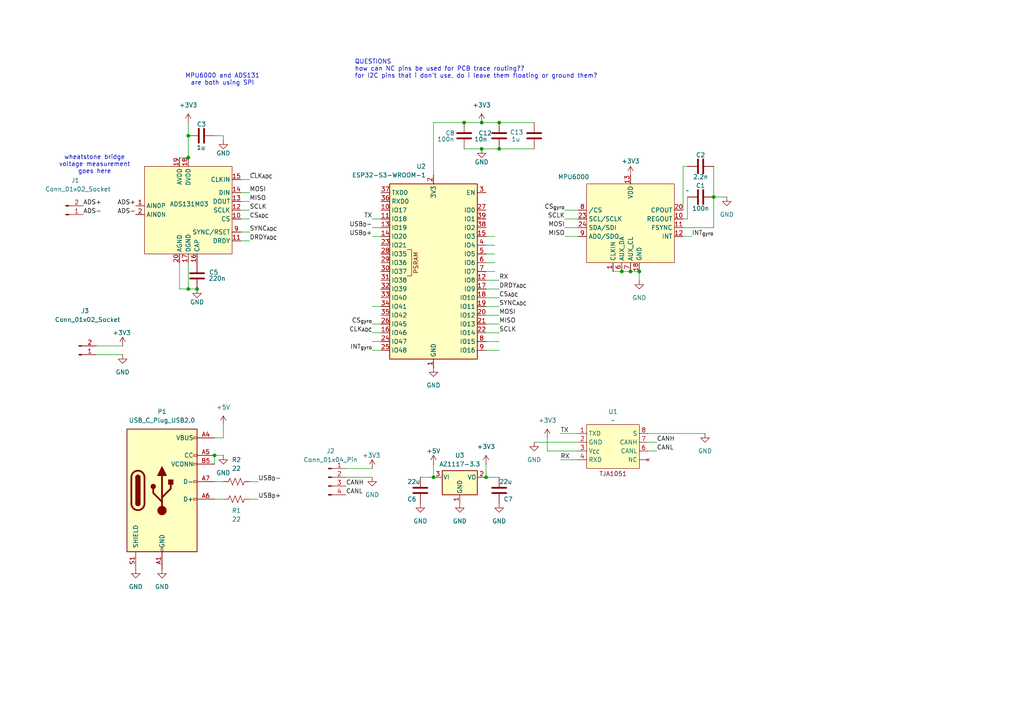
<source format=kicad_sch>
(kicad_sch (version 20231120) (generator "eeschema") (generator_version "8.0")
  (paper "A4")
  (lib_symbols
    (symbol "0_pwrmtr:ADS131M03"
      (property "Reference" "ADS131M03" (at -19.05 15.24 0))
      (symbol "ADS131M03_1_1"
        (rectangle (start -12.7 12.7) (end 12.7 -12.7) (fill (type background)))
        (pin input line (at -15.24 1.27 0) (length 2.54) (name "AIN0P") (number "1"))
        (pin input line (at 15.24 -2.54 180) (length 2.54) (name "CS") (number "10"))
        (pin input line (at 15.24 -8.89 180) (length 2.54) (name "DRDY") (number "11"))
        (pin input line (at 15.24 0 180) (length 2.54) (name "SCLK") (number "12"))
        (pin input line (at 15.24 2.54 180) (length 2.54) (name "DOUT") (number "13"))
        (pin input line (at 15.24 5.08 180) (length 2.54) (name "DIN") (number "14"))
        (pin input line (at 15.24 8.89 180) (length 2.54) (name "CLKIN") (number "15"))
        (pin input line (at 2.54 -15.24 90) (length 2.54) (name "CAP") (number "16"))
        (pin input line (at 0 -15.24 90) (length 2.54) (name "DGND") (number "17"))
        (pin input line (at 0 15.24 270) (length 2.54) (name "DVDD") (number "18"))
        (pin input line (at -2.54 15.24 270) (length 2.54) (name "AVDD") (number "19"))
        (pin input line (at -15.24 -1.27 0) (length 2.54) (name "AIN0N") (number "2"))
        (pin input line (at -2.54 -15.24 90) (length 2.54) (name "AGND") (number "20"))
        (pin input line (at -15.24 -8.89 0) (length 2.54) hide (name "AIN1N") (number "3"))
        (pin input line (at -15.24 -10.16 0) (length 2.54) hide (name "AIN1P") (number "4"))
        (pin input line (at -15.24 -11.43 0) (length 2.54) hide (name "AIN2P") (number "5"))
        (pin input line (at -12.7 -15.24 90) (length 2.54) hide (name "AIN2N") (number "6"))
        (pin input line (at -11.43 -15.24 90) (length 2.54) hide (name "NC") (number "7"))
        (pin input line (at -10.16 -15.24 90) (length 2.54) hide (name "NC") (number "8"))
        (pin input line (at 15.24 -6.35 180) (length 2.54) (name "SYNC/RSET") (number "9"))
      )
    )
    (symbol "0_pwrmtr:MPU6050"
      (property "Reference" "MPU6050" (at -19.05 12.7 0))
      (symbol "MPU6050_1_1"
        (rectangle (start -12.7 11.43) (end 12.7 -11.43) (fill (type background)))
        (pin input line (at -5.08 -13.97 90) (length 2.54) (name "CLKIN") (number "1"))
        (pin input line (at 15.24 1.27 180) (length 2.54) (name "REGOUT") (number "10"))
        (pin input line (at 15.24 -1.27 180) (length 2.54) (name "FSYNC") (number "11"))
        (pin input line (at 15.24 -3.81 180) (length 2.54) (name "INT") (number "12"))
        (pin input line (at 0 13.97 270) (length 2.54) (name "VDD") (number "13"))
        (pin no_connect line (at 3.81 13.97 270) (length 2.54) hide (name "NC") (number "14"))
        (pin no_connect line (at -3.81 13.97 270) (length 2.54) hide (name "NC") (number "15"))
        (pin no_connect line (at -6.35 13.97 270) (length 2.54) hide (name "NC") (number "16"))
        (pin no_connect line (at -8.89 13.97 270) (length 2.54) hide (name "NC") (number "17"))
        (pin input line (at 2.54 -13.97 90) (length 2.54) (name "GND") (number "18"))
        (pin input line (at -15.24 -10.16 0) (length 2.54) hide (name "RESV") (number "19"))
        (pin no_connect line (at -11.43 13.97 270) (length 2.54) hide (name "NC") (number "2"))
        (pin input line (at 15.24 3.81 180) (length 2.54) (name "CPOUT") (number "20"))
        (pin input line (at -15.24 -7.62 0) (length 2.54) hide (name "RESV") (number "21"))
        (pin input line (at -15.24 -5.08 0) (length 2.54) hide (name "RESV") (number "22"))
        (pin input line (at -15.24 1.27 0) (length 2.54) (name "SCL/SCLK") (number "23"))
        (pin input line (at -15.24 -1.27 0) (length 2.54) (name "SDA/SDI") (number "24"))
        (pin no_connect line (at 11.43 13.97 270) (length 2.54) hide (name "NC") (number "3"))
        (pin no_connect line (at 8.89 13.97 270) (length 2.54) hide (name "NC") (number "4"))
        (pin no_connect line (at 6.35 13.97 270) (length 2.54) hide (name "NC") (number "5"))
        (pin input line (at -2.54 -13.97 90) (length 2.54) (name "AUX_DA") (number "6"))
        (pin input line (at 0 -13.97 90) (length 2.54) (name "AUX_CL") (number "7"))
        (pin input line (at -15.24 3.81 0) (length 2.54) (name "/CS") (number "8"))
        (pin input line (at -15.24 -3.81 0) (length 2.54) (name "AD0/SDO") (number "9"))
      )
    )
    (symbol "Connector:Conn_01x02_Pin" (pin_names (offset 1.016) hide)
      (property "Reference" "J" (at 0 2.54 0))
      (property "Value" "Conn_01x02_Pin" (at 0 -5.08 0))
      (symbol "Conn_01x02_Pin_1_1"
        (polyline (pts (xy 1.27 -2.54) (xy 0.8636 -2.54)) (stroke (width 0.1524)))
        (polyline (pts (xy 1.27 0) (xy 0.8636 0)) (stroke (width 0.1524)))
        (rectangle (start 0.8636 -2.413) (end 0 -2.667) (stroke (width 0.1524)) (fill (type outline)))
        (rectangle (start 0.8636 0.127) (end 0 -0.127) (stroke (width 0.1524)) (fill (type outline)))
        (pin passive line (at 5.08 0 180) (length 3.81) (name "Pin_1") (number "1"))
        (pin passive line (at 5.08 -2.54 180) (length 3.81) (name "Pin_2") (number "2"))
      )
    )
    (symbol "Connector:Conn_01x04_Pin" (pin_names (offset 1.016) hide)
      (property "Reference" "J" (at 0 5.08 0))
      (property "Value" "Conn_01x04_Pin" (at 0 -7.62 0))
      (symbol "Conn_01x04_Pin_1_1"
        (polyline (pts (xy 1.27 -5.08) (xy 0.8636 -5.08)) (stroke (width 0.1524)))
        (polyline (pts (xy 1.27 -2.54) (xy 0.8636 -2.54)) (stroke (width 0.1524)))
        (polyline (pts (xy 1.27 0) (xy 0.8636 0)) (stroke (width 0.1524)))
        (polyline (pts (xy 1.27 2.54) (xy 0.8636 2.54)) (stroke (width 0.1524)))
        (rectangle (start 0.8636 -4.953) (end 0 -5.207) (stroke (width 0.1524)) (fill (type outline)))
        (rectangle (start 0.8636 -2.413) (end 0 -2.667) (stroke (width 0.1524)) (fill (type outline)))
        (rectangle (start 0.8636 0.127) (end 0 -0.127) (stroke (width 0.1524)) (fill (type outline)))
        (rectangle (start 0.8636 2.667) (end 0 2.413) (stroke (width 0.1524)) (fill (type outline)))
        (pin passive line (at 5.08 2.54 180) (length 3.81) (name "Pin_1") (number "1"))
        (pin passive line (at 5.08 0 180) (length 3.81) (name "Pin_2") (number "2"))
        (pin passive line (at 5.08 -2.54 180) (length 3.81) (name "Pin_3") (number "3"))
        (pin passive line (at 5.08 -5.08 180) (length 3.81) (name "Pin_4") (number "4"))
      )
    )
    (symbol "Connector:USB_C_Plug_USB2.0" (pin_names (offset 1.016))
      (property "Reference" "P" (at -10.16 19.05 0))
      (property "Value" "USB_C_Plug_USB2.0" (at 12.7 19.05 0))
      (symbol "USB_C_Plug_USB2.0_0_0"
        (rectangle (start -0.254 -17.78) (end 0.254 -16.764))
        (rectangle (start 10.16 -2.286) (end 9.144 -2.794))
        (rectangle (start 10.16 2.794) (end 9.144 2.286))
        (rectangle (start 10.16 7.874) (end 9.144 7.366))
        (rectangle (start 10.16 10.414) (end 9.144 9.906))
        (rectangle (start 10.16 15.494) (end 9.144 14.986))
      )
      (symbol "USB_C_Plug_USB2.0_0_1"
        (rectangle (start -10.16 17.78) (end 10.16 -17.78) (stroke (width 0.254)) (fill (type background)))
        (arc (start -8.89 -3.81) (mid -6.985 -5.7067) (end -5.08 -3.81) (stroke (width 0.508)))
        (arc (start -7.62 -3.81) (mid -6.985 -4.4423) (end -6.35 -3.81) (stroke (width 0.254)))
        (arc (start -7.62 -3.81) (mid -6.985 -4.4423) (end -6.35 -3.81) (stroke (width 0.254)) (fill (type outline)))
        (rectangle (start -7.62 -3.81) (end -6.35 3.81) (stroke (width 0.254)) (fill (type outline)))
        (arc (start -6.35 3.81) (mid -6.985 4.4423) (end -7.62 3.81) (stroke (width 0.254)))
        (arc (start -6.35 3.81) (mid -6.985 4.4423) (end -7.62 3.81) (stroke (width 0.254)) (fill (type outline)))
        (arc (start -5.08 3.81) (mid -6.985 5.7067) (end -8.89 3.81) (stroke (width 0.508)))
        (circle (center -2.54 1.143) (radius 0.635) (stroke (width 0.254)) (fill (type outline)))
        (circle (center 0 -5.842) (radius 1.27) (fill (type outline)))
        (polyline (pts (xy -8.89 -3.81) (xy -8.89 3.81)) (stroke (width 0.508)))
        (polyline (pts (xy -5.08 3.81) (xy -5.08 -3.81)) (stroke (width 0.508)))
        (polyline (pts (xy 0 -5.842) (xy 0 4.318)) (stroke (width 0.508)))
        (polyline (pts (xy 0 -3.302) (xy -2.54 -0.762) (xy -2.54 0.508)) (stroke (width 0.508)))
        (polyline (pts (xy 0 -2.032) (xy 2.54 0.508) (xy 2.54 1.778)) (stroke (width 0.508)))
        (polyline (pts (xy -1.27 4.318) (xy 0 6.858) (xy 1.27 4.318) (xy -1.27 4.318)) (stroke (width 0.254)) (fill (type outline)))
        (rectangle (start 1.905 1.778) (end 3.175 3.048) (stroke (width 0.254)) (fill (type outline)))
      )
      (symbol "USB_C_Plug_USB2.0_1_1"
        (pin passive line (at 0 -22.86 90) (length 5.08) (name "GND") (number "A1"))
        (pin passive line (at 0 -22.86 90) (length 5.08) hide (name "GND") (number "A12"))
        (pin passive line (at 15.24 15.24 180) (length 5.08) (name "VBUS") (number "A4"))
        (pin bidirectional line (at 15.24 10.16 180) (length 5.08) (name "CC") (number "A5"))
        (pin bidirectional line (at 15.24 -2.54 180) (length 5.08) (name "D+") (number "A6"))
        (pin bidirectional line (at 15.24 2.54 180) (length 5.08) (name "D-") (number "A7"))
        (pin passive line (at 15.24 15.24 180) (length 5.08) hide (name "VBUS") (number "A9"))
        (pin passive line (at 0 -22.86 90) (length 5.08) hide (name "GND") (number "B1"))
        (pin passive line (at 0 -22.86 90) (length 5.08) hide (name "GND") (number "B12"))
        (pin passive line (at 15.24 15.24 180) (length 5.08) hide (name "VBUS") (number "B4"))
        (pin bidirectional line (at 15.24 7.62 180) (length 5.08) (name "VCONN") (number "B5"))
        (pin passive line (at 15.24 15.24 180) (length 5.08) hide (name "VBUS") (number "B9"))
        (pin passive line (at -7.62 -22.86 90) (length 5.08) (name "SHIELD") (number "S1"))
      )
    )
    (symbol "Device:C" (pin_numbers hide) (pin_names (offset 0.254))
      (property "Reference" "C" (at 0.635 2.54 0))
      (property "Value" "C" (at 0.635 -2.54 0))
      (symbol "C_0_1"
        (polyline (pts (xy -2.032 -0.762) (xy 2.032 -0.762)) (stroke (width 0.508)))
        (polyline (pts (xy -2.032 0.762) (xy 2.032 0.762)) (stroke (width 0.508)))
      )
      (symbol "C_1_1"
        (pin passive line (at 0 3.81 270) (length 2.794) (name "~") (number "1"))
        (pin passive line (at 0 -3.81 90) (length 2.794) (name "~") (number "2"))
      )
    )
    (symbol "Device:R_US" (pin_numbers hide) (pin_names (offset 0))
      (property "Reference" "R" (at 2.54 0 90))
      (property "Value" "R_US" (at -2.54 0 90))
      (symbol "R_US_0_1"
        (polyline (pts (xy 0 -2.286) (xy 0 -2.54)))
        (polyline (pts (xy 0 2.286) (xy 0 2.54)))
        (polyline (pts (xy 0 -0.762) (xy 1.016 -1.143) (xy 0 -1.524) (xy -1.016 -1.905) (xy 0 -2.286)))
        (polyline (pts (xy 0 0.762) (xy 1.016 0.381) (xy 0 0) (xy -1.016 -0.381) (xy 0 -0.762)))
        (polyline (pts (xy 0 2.286) (xy 1.016 1.905) (xy 0 1.524) (xy -1.016 1.143) (xy 0 0.762)))
      )
      (symbol "R_US_1_1"
        (pin passive line (at 0 3.81 270) (length 1.27) (name "~") (number "1"))
        (pin passive line (at 0 -3.81 90) (length 1.27) (name "~") (number "2"))
      )
    )
    (symbol "Interface_CAN_LIN:TJA1051"
      (property "Reference" "U3" (at 0 1.27 0))
      (property "Value" "~" (at 0 -1.27 0))
      (symbol "TJA1051_1_1"
        (rectangle (start -7.62 -2.54) (end 7.62 -15.24) (fill (type background)))
        (text "TJA1051" (at 0 -16.764 0) (effects (font (size 1.27 1.27))))
        (pin no_connect line (at 10.16 -12.7 180) (length 2.54) (name "NC") (number ""))
        (pin bidirectional line (at -10.16 -5.08 0) (length 2.54) (name "TXD") (number "1"))
        (pin input line (at -10.16 -7.62 0) (length 2.54) (name "GND") (number "2"))
        (pin input line (at -10.16 -10.16 0) (length 2.54) (name "V_{CC}") (number "3"))
        (pin bidirectional line (at -10.16 -12.7 0) (length 2.54) (name "RXD") (number "4"))
        (pin bidirectional line (at 10.16 -10.16 180) (length 2.54) (name "CANL") (number "6"))
        (pin bidirectional line (at 10.16 -7.62 180) (length 2.54) (name "CANH") (number "7"))
        (pin input line (at 10.16 -5.08 180) (length 2.54) (name "S") (number "8"))
      )
    )
    (symbol "RF_Module:ESP32-S3-WROOM-1"
      (property "Reference" "U" (at -12.7 26.67 0))
      (property "Value" "ESP32-S3-WROOM-1" (at 12.7 26.67 0))
      (symbol "ESP32-S3-WROOM-1_0_0"
        (rectangle (start -12.7 25.4) (end 12.7 -25.4) (stroke (width 0.254)) (fill (type background)))
        (text "PSRAM" (at 5.08 2.54 900) (effects (font (size 1.27 1.27))))
      )
      (symbol "ESP32-S3-WROOM-1_0_1"
        (polyline (pts (xy 7.62 -1.27) (xy 6.35 -1.27) (xy 6.35 6.35) (xy 7.62 6.35)))
      )
      (symbol "ESP32-S3-WROOM-1_1_1"
        (pin power_in line (at 0 -27.94 90) (length 2.54) (name "GND") (number "1"))
        (pin bidirectional line (at 15.24 17.78 180) (length 2.54) (name "IO17") (number "10"))
        (pin bidirectional line (at 15.24 15.24 180) (length 2.54) (name "IO18") (number "11"))
        (pin bidirectional line (at -15.24 -2.54 0) (length 2.54) (name "IO8") (number "12"))
        (pin bidirectional line (at 15.24 12.7 180) (length 2.54) (name "IO19") (number "13"))
        (pin bidirectional line (at 15.24 10.16 180) (length 2.54) (name "IO20") (number "14"))
        (pin bidirectional line (at -15.24 10.16 0) (length 2.54) (name "IO3") (number "15"))
        (pin bidirectional line (at 15.24 -17.78 180) (length 2.54) (name "IO46") (number "16"))
        (pin bidirectional line (at -15.24 -5.08 0) (length 2.54) (name "IO9") (number "17"))
        (pin bidirectional line (at -15.24 -7.62 0) (length 2.54) (name "IO10") (number "18"))
        (pin bidirectional line (at -15.24 -10.16 0) (length 2.54) (name "IO11") (number "19"))
        (pin power_in line (at 0 27.94 270) (length 2.54) (name "3V3") (number "2"))
        (pin bidirectional line (at -15.24 -12.7 0) (length 2.54) (name "IO12") (number "20"))
        (pin bidirectional line (at -15.24 -15.24 0) (length 2.54) (name "IO13") (number "21"))
        (pin bidirectional line (at -15.24 -17.78 0) (length 2.54) (name "IO14") (number "22"))
        (pin bidirectional line (at 15.24 7.62 180) (length 2.54) (name "IO21") (number "23"))
        (pin bidirectional line (at 15.24 -20.32 180) (length 2.54) (name "IO47") (number "24"))
        (pin bidirectional line (at 15.24 -22.86 180) (length 2.54) (name "IO48") (number "25"))
        (pin bidirectional line (at 15.24 -15.24 180) (length 2.54) (name "IO45") (number "26"))
        (pin bidirectional line (at -15.24 17.78 0) (length 2.54) (name "IO0") (number "27"))
        (pin bidirectional line (at 15.24 5.08 180) (length 2.54) (name "IO35") (number "28"))
        (pin bidirectional line (at 15.24 2.54 180) (length 2.54) (name "IO36") (number "29"))
        (pin input line (at -15.24 22.86 0) (length 2.54) (name "EN") (number "3"))
        (pin bidirectional line (at 15.24 0 180) (length 2.54) (name "IO37") (number "30"))
        (pin bidirectional line (at 15.24 -2.54 180) (length 2.54) (name "IO38") (number "31"))
        (pin bidirectional line (at 15.24 -5.08 180) (length 2.54) (name "IO39") (number "32"))
        (pin bidirectional line (at 15.24 -7.62 180) (length 2.54) (name "IO40") (number "33"))
        (pin bidirectional line (at 15.24 -10.16 180) (length 2.54) (name "IO41") (number "34"))
        (pin bidirectional line (at 15.24 -12.7 180) (length 2.54) (name "IO42") (number "35"))
        (pin bidirectional line (at 15.24 20.32 180) (length 2.54) (name "RXD0") (number "36"))
        (pin bidirectional line (at 15.24 22.86 180) (length 2.54) (name "TXD0") (number "37"))
        (pin bidirectional line (at -15.24 12.7 0) (length 2.54) (name "IO2") (number "38"))
        (pin bidirectional line (at -15.24 15.24 0) (length 2.54) (name "IO1") (number "39"))
        (pin bidirectional line (at -15.24 7.62 0) (length 2.54) (name "IO4") (number "4"))
        (pin passive line (at 0 -27.94 90) (length 2.54) hide (name "GND") (number "40"))
        (pin passive line (at 0 -27.94 90) (length 2.54) hide (name "GND") (number "41"))
        (pin bidirectional line (at -15.24 5.08 0) (length 2.54) (name "IO5") (number "5"))
        (pin bidirectional line (at -15.24 2.54 0) (length 2.54) (name "IO6") (number "6"))
        (pin bidirectional line (at -15.24 0 0) (length 2.54) (name "IO7") (number "7"))
        (pin bidirectional line (at -15.24 -20.32 0) (length 2.54) (name "IO15") (number "8"))
        (pin bidirectional line (at -15.24 -22.86 0) (length 2.54) (name "IO16") (number "9"))
      )
    )
    (symbol "Regulator_Linear:AZ1117-3.3" (pin_names (offset 0.254))
      (property "Reference" "U" (at -3.81 3.175 0))
      (property "Value" "AZ1117-3.3" (at 0 3.175 0))
      (symbol "AZ1117-3.3_0_1"
        (rectangle (start -5.08 1.905) (end 5.08 -5.08) (stroke (width 0.254)) (fill (type background)))
      )
      (symbol "AZ1117-3.3_1_1"
        (pin power_in line (at 0 -7.62 90) (length 2.54) (name "GND") (number "1"))
        (pin power_out line (at 7.62 0 180) (length 2.54) (name "VO") (number "2"))
        (pin power_in line (at -7.62 0 0) (length 2.54) (name "VI") (number "3"))
      )
    )
    (symbol "power:+3V3" (power) (pin_numbers hide) (pin_names (offset 0) hide)
      (property "Value" "+3V3" (at 0 3.556 0))
      (symbol "+3V3_0_1"
        (polyline (pts (xy -0.762 1.27) (xy 0 2.54)))
        (polyline (pts (xy 0 0) (xy 0 2.54)))
        (polyline (pts (xy 0 2.54) (xy 0.762 1.27)))
      )
      (symbol "+3V3_1_1"
        (pin power_in line (at 0 0 90) (length 0) (name "~") (number "1"))
      )
    )
    (symbol "power:+5V" (power) (pin_numbers hide) (pin_names (offset 0) hide)
      (property "Value" "+5V" (at 0 3.556 0))
      (symbol "+5V_0_1"
        (polyline (pts (xy -0.762 1.27) (xy 0 2.54)))
        (polyline (pts (xy 0 0) (xy 0 2.54)))
        (polyline (pts (xy 0 2.54) (xy 0.762 1.27)))
      )
      (symbol "+5V_1_1"
        (pin power_in line (at 0 0 90) (length 0) (name "~") (number "1"))
      )
    )
    (symbol "power:GND" (power) (pin_numbers hide) (pin_names (offset 0) hide)
      (property "Value" "GND" (at 0 -3.81 0))
      (symbol "GND_0_1"
        (polyline (pts (xy 0 0) (xy 0 -1.27) (xy 1.27 -1.27) (xy 0 -2.54) (xy -1.27 -1.27) (xy 0 -1.27)))
      )
      (symbol "GND_1_1"
        (pin power_in line (at 0 0 270) (length 0) (name "~") (number "1"))
      )
    )
  )
  (junction (at 54.61 39.37))
  (junction (at 54.61 83.82))
  (junction (at 125.73 138.43))
  (junction (at 57.15 83.82))
  (junction (at 139.7 35.56))
  (junction (at 180.34 78.74))
  (junction (at 207.01 57.15))
  (junction (at 62.23 132.08))
  (junction (at 139.7 43.18))
  (junction (at 140.97 138.43))
  (junction (at 54.61 45.72))
  (junction (at 144.78 35.56))
  (junction (at 182.88 78.74))
  (junction (at 134.62 35.56))
  (junction (at 185.42 78.74))
  (junction (at 144.78 43.18))
  (wire (pts (xy 121.92 138.43) (xy 125.73 138.43)))
  (wire (pts (xy 140.97 91.44) (xy 144.78 91.44)))
  (wire (pts (xy 52.07 83.82) (xy 54.61 83.82)))
  (wire (pts (xy 198.12 63.5) (xy 199.39 63.5)))
  (wire (pts (xy 140.97 101.6) (xy 144.78 101.6)))
  (wire (pts (xy 163.83 68.58) (xy 167.64 68.58)))
  (wire (pts (xy 158.75 127) (xy 158.75 130.81)))
  (wire (pts (xy 62.23 127) (xy 64.77 127)))
  (wire (pts (xy 158.75 130.81) (xy 167.64 130.81)))
  (wire (pts (xy 54.61 35.56) (xy 54.61 39.37)))
  (wire (pts (xy 139.7 43.18) (xy 144.78 43.18)))
  (wire (pts (xy 139.7 35.56) (xy 144.78 35.56)))
  (wire (pts (xy 35.56 100.33) (xy 27.94 100.33)))
  (wire (pts (xy 107.95 135.89) (xy 100.33 135.89)))
  (wire (pts (xy 140.97 134.62) (xy 140.97 138.43)))
  (wire (pts (xy 177.8 78.74) (xy 180.34 78.74)))
  (wire (pts (xy 144.78 99.06) (xy 140.97 99.06)))
  (wire (pts (xy 134.62 35.56) (xy 139.7 35.56)))
  (wire (pts (xy 140.97 88.9) (xy 144.78 88.9)))
  (wire (pts (xy 134.62 43.18) (xy 139.7 43.18)))
  (wire (pts (xy 64.77 132.08) (xy 62.23 132.08)))
  (wire (pts (xy 125.73 134.62) (xy 125.73 138.43)))
  (wire (pts (xy 125.73 35.56) (xy 134.62 35.56)))
  (wire (pts (xy 144.78 43.18) (xy 154.94 43.18)))
  (wire (pts (xy 190.5 128.27) (xy 187.96 128.27)))
  (wire (pts (xy 207.01 48.26) (xy 207.01 57.15)))
  (wire (pts (xy 198.12 68.58) (xy 200.66 68.58)))
  (wire (pts (xy 35.56 102.87) (xy 27.94 102.87)))
  (wire (pts (xy 69.85 55.88) (xy 72.39 55.88)))
  (wire (pts (xy 199.39 57.15) (xy 199.39 63.5)))
  (wire (pts (xy 69.85 69.85) (xy 72.39 69.85)))
  (wire (pts (xy 140.97 81.28) (xy 144.78 81.28)))
  (wire (pts (xy 54.61 76.2) (xy 54.61 83.82)))
  (wire (pts (xy 107.95 138.43) (xy 100.33 138.43)))
  (wire (pts (xy 64.77 39.37) (xy 64.77 40.64)))
  (wire (pts (xy 107.95 68.58) (xy 110.49 68.58)))
  (wire (pts (xy 198.12 48.26) (xy 198.12 60.96)))
  (wire (pts (xy 163.83 63.5) (xy 167.64 63.5)))
  (wire (pts (xy 72.39 144.78) (xy 74.93 144.78)))
  (wire (pts (xy 125.73 35.56) (xy 125.73 50.8)))
  (wire (pts (xy 207.01 57.15) (xy 207.01 66.04)))
  (wire (pts (xy 144.78 35.56) (xy 154.94 35.56)))
  (wire (pts (xy 69.85 67.31) (xy 72.39 67.31)))
  (wire (pts (xy 52.07 45.72) (xy 54.61 45.72)))
  (wire (pts (xy 69.85 52.07) (xy 72.39 52.07)))
  (wire (pts (xy 199.39 48.26) (xy 198.12 48.26)))
  (wire (pts (xy 72.39 139.7) (xy 74.93 139.7)))
  (wire (pts (xy 185.42 78.74) (xy 185.42 81.28)))
  (wire (pts (xy 107.95 88.9) (xy 110.49 88.9)))
  (wire (pts (xy 54.61 83.82) (xy 57.15 83.82)))
  (wire (pts (xy 107.95 93.98) (xy 110.49 93.98)))
  (wire (pts (xy 144.78 138.43) (xy 140.97 138.43)))
  (wire (pts (xy 107.95 99.06) (xy 110.49 99.06)))
  (wire (pts (xy 62.23 132.08) (xy 62.23 134.62)))
  (wire (pts (xy 140.97 78.74) (xy 143.51 78.74)))
  (wire (pts (xy 140.97 93.98) (xy 144.78 93.98)))
  (wire (pts (xy 182.88 78.74) (xy 185.42 78.74)))
  (wire (pts (xy 162.56 125.73) (xy 167.64 125.73)))
  (wire (pts (xy 154.94 128.27) (xy 167.64 128.27)))
  (wire (pts (xy 140.97 68.58) (xy 143.51 68.58)))
  (wire (pts (xy 69.85 63.5) (xy 72.39 63.5)))
  (wire (pts (xy 140.97 86.36) (xy 144.78 86.36)))
  (wire (pts (xy 62.23 39.37) (xy 64.77 39.37)))
  (wire (pts (xy 107.95 63.5) (xy 110.49 63.5)))
  (wire (pts (xy 140.97 73.66) (xy 143.51 73.66)))
  (wire (pts (xy 140.97 83.82) (xy 144.78 83.82)))
  (wire (pts (xy 180.34 78.74) (xy 182.88 78.74)))
  (wire (pts (xy 54.61 39.37) (xy 54.61 45.72)))
  (wire (pts (xy 62.23 144.78) (xy 64.77 144.78)))
  (wire (pts (xy 140.97 96.52) (xy 144.78 96.52)))
  (wire (pts (xy 64.77 127) (xy 64.77 123.19)))
  (wire (pts (xy 198.12 66.04) (xy 207.01 66.04)))
  (wire (pts (xy 187.96 125.73) (xy 204.47 125.73)))
  (wire (pts (xy 190.5 130.81) (xy 187.96 130.81)))
  (wire (pts (xy 107.95 101.6) (xy 110.49 101.6)))
  (wire (pts (xy 52.07 76.2) (xy 52.07 83.82)))
  (wire (pts (xy 140.97 76.2) (xy 143.51 76.2)))
  (wire (pts (xy 140.97 71.12) (xy 143.51 71.12)))
  (wire (pts (xy 107.95 66.04) (xy 110.49 66.04)))
  (wire (pts (xy 163.83 60.96) (xy 167.64 60.96)))
  (wire (pts (xy 62.23 139.7) (xy 64.77 139.7)))
  (wire (pts (xy 207.01 57.15) (xy 210.82 57.15)))
  (wire (pts (xy 163.83 66.04) (xy 167.64 66.04)))
  (wire (pts (xy 162.56 133.35) (xy 167.64 133.35)))
  (wire (pts (xy 69.85 60.96) (xy 72.39 60.96)))
  (wire (pts (xy 69.85 58.42) (xy 72.39 58.42)))
  (wire (pts (xy 107.95 96.52) (xy 110.49 96.52)))
  (text "wheatstone bridge\nvoltage measurement\ngoes here" (at 27.432 47.752 0) (effects (font (size 1.27 1.27))))
  (text "MPU6000 and ADS131\nare both using SPI" (at 64.516 23.114 0) (effects (font (size 1.27 1.27))))
  (text "QUESTIONS\nhow can NC pins be used for PCB trace routing??\nfor I2C pins that i don't use, do i leave them floating or ground them?" (at 102.87 20.066 0) (effects (font (size 1.27 1.27)) (justify left)))
  (label "SYNC_{ADC}" (at 144.78 88.9 0))
  (label "SCLK" (at 72.39 60.96 0))
  (label "RX" (at 162.56 133.35 0))
  (label "DRDY_{ADC}" (at 72.39 69.85 0))
  (label "CS_{gyro}" (at 163.83 60.96 180))
  (label "TX" (at 162.56 125.73 0))
  (label "INT_{gyro}" (at 107.95 101.6 180))
  (label "CS_{ADC}" (at 72.39 63.5 0))
  (label "MOSI" (at 144.78 91.44 0))
  (label "CLK_{ADC}" (at 107.95 96.52 180))
  (label "MISO" (at 72.39 58.42 0))
  (label "ADS+" (at 24.13 59.69 0))
  (label "USB_{D}+" (at 107.95 68.58 180))
  (label "DRDY_{ADC}" (at 144.78 83.82 0))
  (label "ADS-" (at 39.37 62.23 180))
  (label "SYNC_{ADC}" (at 72.39 67.31 0))
  (label "TX" (at 107.95 63.5 180))
  (label "USB_{D}+" (at 74.93 144.78 0))
  (label "ADS+" (at 39.37 59.69 180))
  (label "CS_{gyro}" (at 107.95 93.98 180))
  (label "RX" (at 144.78 81.28 0))
  (label "INT_{gyro}" (at 200.66 68.58 0))
  (label "USB_{D}-" (at 74.93 139.7 0))
  (label "CANL" (at 190.5 130.81 0))
  (label "MISO" (at 163.83 68.58 180))
  (label "CANH" (at 190.5 128.27 0))
  (label "USB_{D}-" (at 107.95 66.04 180))
  (label "SCLK" (at 144.78 96.52 0))
  (label "CANH" (at 100.33 140.97 0))
  (label "ADS-" (at 24.13 62.23 0))
  (label "MISO" (at 144.78 93.98 0))
  (label "CANL" (at 100.33 143.51 0))
  (label "CLK_{ADC}" (at 72.39 52.07 0))
  (label "CS_{ADC}" (at 144.78 86.36 0))
  (label "MOSI" (at 163.83 66.04 180))
  (label "MOSI" (at 72.39 55.88 0))
  (label "SCLK" (at 163.83 63.5 180))
  (symbol (lib_id "power:GND") (at 144.78 146.05 0) (unit 1)
    (property "Reference" "#PWR016" (effects (hide yes)))
    (property "Value" "GND" (at 144.78 151.13 0))
  )
  (symbol (lib_id "power:GND") (at 64.77 40.64 0) (unit 1)
    (property "Reference" "#PWR010" (effects (hide yes)))
    (property "Value" "GND" (at 64.77 44.45 0))
    (property "Description" "Power symbol creates a global label with name \"GND\" , ground" (effects (hide yes)))
  )
  (symbol (lib_id "Device:C") (at 203.2 57.15 270) (unit 1)
    (property "Reference" "C1" (at 203.2 53.848 90))
    (property "Value" "100n" (at 203.2 60.452 90))
    (property "Footprint" "Capacitor_SMD:C_0603_1608Metric" (effects (hide yes)))
    (property "Description" "Unpolarized capacitor" (effects (hide yes)))
  )
  (symbol (lib_id "power:GND") (at 64.77 132.08 0) (unit 1)
    (property "Reference" "#PWR020" (effects (hide yes)))
    (property "Value" "GND" (at 64.77 137.16 0))
    (property "Description" "Power symbol creates a global label with name \"GND\" , ground" (effects (hide yes)))
  )
  (symbol (lib_id "power:+3V3") (at 107.95 135.89 0) (unit 1)
    (property "Reference" "#PWR017" (effects (hide yes)))
    (property "Value" "+3V3" (at 107.696 132.08 0))
    (property "Description" "Power symbol creates a global label with name \"+3V3\"" (effects (hide yes)))
  )
  (symbol (lib_id "power:+3V3") (at 54.61 35.56 0) (unit 1)
    (property "Reference" "#PWR011" (effects (hide yes)))
    (property "Value" "+3V3" (at 54.61 30.48 0))
    (property "Description" "Power symbol creates a global label with name \"+3V3\"" (effects (hide yes)))
  )
  (symbol (lib_id "power:+3V3") (at 35.56 100.33 0) (unit 1)
    (property "Reference" "#PWR08" (effects (hide yes)))
    (property "Value" "+3V3" (at 35.306 96.52 0))
    (property "Description" "Power symbol creates a global label with name \"+3V3\"" (effects (hide yes)))
  )
  (symbol (lib_id "power:+5V") (at 125.73 134.62 0) (unit 1)
    (property "Reference" "#PWR013" (effects (hide yes)))
    (property "Value" "+5V" (at 125.73 130.81 0))
  )
  (symbol (lib_id "Device:C") (at 58.42 39.37 270) (unit 1)
    (property "Reference" "C3" (at 58.42 36.068 90))
    (property "Value" "1u" (at 58.293 42.799 90))
    (property "Footprint" "Capacitor_SMD:C_0603_1608Metric" (effects (hide yes)))
    (property "Description" "Unpolarized capacitor" (effects (hide yes)))
  )
  (symbol (lib_id "power:GND") (at 185.42 81.28 0) (unit 1)
    (property "Reference" "#PWR04" (effects (hide yes)))
    (property "Value" "GND" (at 185.42 86.36 0))
    (property "Description" "Power symbol creates a global label with name \"GND\" , ground" (effects (hide yes)))
  )
  (symbol (lib_id "power:GND") (at 125.73 106.68 0) (unit 1)
    (property "Reference" "#PWR07" (effects (hide yes)))
    (property "Value" "GND" (at 125.73 111.76 0))
    (property "Description" "Power symbol creates a global label with name \"GND\" , ground" (effects (hide yes)))
  )
  (symbol (lib_id "Connector:Conn_01x02_Pin") (at 19.05 62.23 0) (mirror x) (unit 1)
    (property "Reference" "J1" (at 21.844 52.324 0))
    (property "Value" "Conn_01x02_Socket" (at 22.606 54.864 0))
    (property "Footprint" "Connector_PinHeader_2.00mm:PinHeader_1x02_P2.00mm_Vertical" (effects (hide yes)))
    (property "Description" "Generic connector, single row, 01x02, script generated" (effects (hide yes)))
  )
  (symbol (lib_id "power:GND") (at 139.7 43.18 0) (unit 1)
    (property "Reference" "#PWR06" (effects (hide yes)))
    (property "Value" "GND" (at 139.7 46.99 0))
    (property "Description" "Power symbol creates a global label with name \"GND\" , ground" (effects (hide yes)))
  )
  (symbol (lib_id "0_pwrmtr:MPU6050") (at 182.88 64.77 0) (unit 1)
    (property "Reference" "MPU6000" (at 166.37 51.308 0))
    (property "Value" "~" (at 199.39 55.2765 0))
    (property "Footprint" "0_stuff:QFN24_4X4X0P9_IVS" (effects (hide yes)))
  )
  (symbol (lib_id "Device:C") (at 57.15 80.01 180) (unit 1)
    (property "Reference" "C5" (at 61.976 78.994 0))
    (property "Value" "220n" (at 62.992 80.772 0))
    (property "Footprint" "Capacitor_SMD:C_0603_1608Metric" (effects (hide yes)))
    (property "Description" "Unpolarized capacitor" (effects (hide yes)))
  )
  (symbol (lib_id "Connector:Conn_01x04_Pin") (at 95.25 138.43 0) (unit 1)
    (property "Reference" "J2" (at 95.885 130.81 0))
    (property "Value" "Conn_01x04_Pin" (at 95.885 133.35 0))
    (property "Footprint" "Connector_PinHeader_2.00mm:PinHeader_1x04_P2.00mm_Vertical" (effects (hide yes)))
    (property "Description" "Generic connector, single row, 01x04, script generated" (effects (hide yes)))
  )
  (symbol (lib_id "Regulator_Linear:AZ1117-3.3") (at 133.35 138.43 0) (unit 1)
    (property "Reference" "U3" (at 133.35 132.08 0))
    (property "Value" "AZ1117-3.3" (at 133.35 134.62 0))
    (property "Footprint" "Package_TO_SOT_SMD:SOT-223-3_TabPin2" (effects (hide yes)))
    (property "Datasheet" "https://www.diodes.com/assets/Datasheets/AZ1117.pdf" (effects (hide yes)))
  )
  (symbol (lib_id "power:GND") (at 204.47 125.73 0) (unit 1)
    (property "Reference" "#PWR025" (effects (hide yes)))
    (property "Value" "GND" (at 204.47 130.81 0))
    (property "Description" "Power symbol creates a global label with name \"GND\" , ground" (effects (hide yes)))
  )
  (symbol (lib_id "power:GND") (at 107.95 138.43 0) (unit 1)
    (property "Reference" "#PWR018" (effects (hide yes)))
    (property "Value" "GND" (at 107.95 143.51 0))
    (property "Description" "Power symbol creates a global label with name \"GND\" , ground" (effects (hide yes)))
  )
  (symbol (lib_id "Connector:Conn_01x02_Pin") (at 22.86 102.87 0) (mirror x) (unit 1)
    (property "Reference" "J3" (at 24.638 90.17 0))
    (property "Value" "Conn_01x02_Socket" (at 25.4 92.71 0))
    (property "Footprint" "Connector_AMASS:AMASS_XT30U-M_1x02_P5.0mm_Vertical" (effects (hide yes)))
    (property "Description" "Generic connector, single row, 01x02, script generated" (effects (hide yes)))
  )
  (symbol (lib_id "power:GND") (at 210.82 57.15 0) (unit 1)
    (property "Reference" "#PWR03" (effects (hide yes)))
    (property "Value" "GND" (at 210.82 62.23 0))
    (property "Description" "Power symbol creates a global label with name \"GND\" , ground" (effects (hide yes)))
  )
  (symbol (lib_id "Device:R_US") (at 68.58 139.7 90) (unit 1)
    (property "Reference" "R2" (at 68.58 133.35 90))
    (property "Value" "22" (at 68.58 135.89 90))
    (property "Footprint" "Resistor_SMD:R_0603_1608Metric" (effects (hide yes)))
    (property "Description" "Resistor, US symbol" (effects (hide yes)))
  )
  (symbol (lib_id "Interface_CAN_LIN:TJA1051") (at 177.8 120.65 0) (unit 1)
    (property "Reference" "U1" (at 177.8 119.38 0))
    (property "Value" "~" (at 177.8 121.92 0))
    (property "Footprint" "Package_SO:SO-8_3.9x4.9mm_P1.27mm" (effects (hide yes)))
  )
  (symbol (lib_id "Device:C") (at 144.78 142.24 180) (unit 1)
    (property "Reference" "C7" (at 146.05 144.78 0) (effects (justify right)))
    (property "Value" "22u" (at 144.78 139.7 0) (effects (justify right)))
    (property "Footprint" "Capacitor_SMD:C_0603_1608Metric" (effects (hide yes)))
  )
  (symbol (lib_id "Connector:USB_C_Plug_USB2.0") (at 46.99 142.24 0) (unit 1)
    (property "Reference" "P1" (at 46.99 119.38 0))
    (property "Value" "USB_C_Plug_USB2.0" (at 46.99 121.92 0))
    (property "Footprint" "Connector_USB:USB_C_Receptacle_HRO_TYPE-C-31-M-12" (effects (hide yes)))
    (property "Datasheet" "https://www.usb.org/sites/default/files/documents/usb_type-c.zip" (effects (hide yes)))
    (property "Description" "USB 2.0-only Type-C Plug connector" (effects (hide yes)))
  )
  (symbol (lib_id "power:GND") (at 154.94 128.27 0) (unit 1)
    (property "Reference" "#PWR023" (effects (hide yes)))
    (property "Value" "GND" (at 154.94 133.35 0))
    (property "Description" "Power symbol creates a global label with name \"GND\" , ground" (effects (hide yes)))
  )
  (symbol (lib_id "power:GND") (at 121.92 146.05 0) (unit 1)
    (property "Reference" "#PWR012" (effects (hide yes)))
    (property "Value" "GND" (at 121.92 151.13 0))
  )
  (symbol (lib_id "RF_Module:ESP32-S3-WROOM-1") (at 125.73 78.74 0) (mirror y) (unit 1)
    (property "Reference" "U2" (at 123.5359 48.26 0) (effects (justify left)))
    (property "Value" "ESP32-S3-WROOM-1" (at 123.5359 50.8 0) (effects (justify left)))
    (property "Footprint" "RF_Module:ESP32-S3-WROOM-1" (effects (hide yes)))
    (property "Datasheet" "https://www.espressif.com/sites/default/files/documentation/esp32-s3-wroom-1_wroom-1u_datasheet_en.pdf" (effects (hide yes)))
    (property "Description" "RF Module, ESP32-S3 SoC, Wi-Fi 802.11b/g/n, Bluetooth, BLE, 32-bit, 3.3V, onboard antenna, SMD" (effects (hide yes)))
  )
  (symbol (lib_id "power:GND") (at 133.35 146.05 0) (unit 1)
    (property "Reference" "#PWR014" (effects (hide yes)))
    (property "Value" "GND" (at 133.35 151.13 0))
  )
  (symbol (lib_id "power:+3V3") (at 182.88 50.8 0) (unit 1)
    (property "Reference" "#PWR05" (effects (hide yes)))
    (property "Value" "+3V3" (at 182.88 46.736 0))
    (property "Description" "Power symbol creates a global label with name \"+3V3\"" (effects (hide yes)))
  )
  (symbol (lib_id "power:GND") (at 35.56 102.87 0) (unit 1)
    (property "Reference" "#PWR09" (effects (hide yes)))
    (property "Value" "GND" (at 35.56 107.95 0))
    (property "Description" "Power symbol creates a global label with name \"GND\" , ground" (effects (hide yes)))
  )
  (symbol (lib_id "power:GND") (at 57.15 83.82 0) (unit 1)
    (property "Reference" "#PWR02" (effects (hide yes)))
    (property "Value" "GND" (at 57.15 87.63 0))
    (property "Description" "Power symbol creates a global label with name \"GND\" , ground" (effects (hide yes)))
  )
  (symbol (lib_id "power:+3V3") (at 158.75 127 0) (unit 1)
    (property "Reference" "#PWR024" (effects (hide yes)))
    (property "Value" "+3V3" (at 158.75 121.92 0))
    (property "Description" "Power symbol creates a global label with name \"+3V3\"" (effects (hide yes)))
  )
  (symbol (lib_id "Device:C") (at 121.92 142.24 180) (unit 1)
    (property "Reference" "C6" (at 118.11 144.78 0) (effects (justify right)))
    (property "Value" "22u" (at 118.11 139.7 0) (effects (justify right)))
    (property "Footprint" "Capacitor_SMD:C_0603_1608Metric" (effects (hide yes)))
  )
  (symbol (lib_id "0_pwrmtr:ADS131M03") (at 54.61 60.96 0) (unit 1)
    (property "Reference" "ADS131M03" (at 54.864 59.182 0))
    (property "Value" "~" (at 73.66 50.1965 0))
    (property "Footprint" "0_stuff:ads" (effects (hide yes)))
  )
  (symbol (lib_id "Device:C") (at 134.62 39.37 180) (unit 1)
    (property "Reference" "C8" (at 130.556 38.608 0))
    (property "Value" "100n" (at 129.286 40.386 0))
    (property "Footprint" "Capacitor_SMD:C_0603_1608Metric" (effects (hide yes)))
    (property "Description" "Unpolarized capacitor" (effects (hide yes)))
  )
  (symbol (lib_id "Device:C") (at 144.78 39.37 180) (unit 1)
    (property "Reference" "C12" (at 140.716 38.608 0))
    (property "Value" "10n" (at 139.446 40.386 0))
    (property "Footprint" "Capacitor_SMD:C_0603_1608Metric" (effects (hide yes)))
    (property "Description" "Unpolarized capacitor" (effects (hide yes)))
  )
  (symbol (lib_id "Device:R_US") (at 68.58 144.78 90) (unit 1)
    (property "Reference" "R1" (at 68.58 148.082 90))
    (property "Value" "22" (at 68.58 150.622 90))
    (property "Footprint" "Resistor_SMD:R_0603_1608Metric" (effects (hide yes)))
    (property "Description" "Resistor, US symbol" (effects (hide yes)))
  )
  (symbol (lib_id "power:+3V3") (at 140.97 134.62 0) (unit 1)
    (property "Reference" "#PWR015" (effects (hide yes)))
    (property "Value" "+3V3" (at 140.97 129.54 0))
    (property "Description" "Power symbol creates a global label with name \"+3V3\"" (effects (hide yes)))
  )
  (symbol (lib_id "power:+5V") (at 64.77 123.19 0) (unit 1)
    (property "Reference" "#PWR019" (effects (hide yes)))
    (property "Value" "+5V" (at 64.77 118.11 0))
    (property "Description" "Power symbol creates a global label with name \"+5V\"" (effects (hide yes)))
  )
  (symbol (lib_id "power:GND") (at 46.99 165.1 0) (unit 1)
    (property "Reference" "#PWR022" (effects (hide yes)))
    (property "Value" "GND" (at 46.99 170.18 0))
    (property "Description" "Power symbol creates a global label with name \"GND\" , ground" (effects (hide yes)))
  )
  (symbol (lib_id "power:GND") (at 39.37 165.1 0) (unit 1)
    (property "Reference" "#PWR021" (effects (hide yes)))
    (property "Value" "GND" (at 39.37 170.18 0))
    (property "Description" "Power symbol creates a global label with name \"GND\" , ground" (effects (hide yes)))
  )
  (symbol (lib_id "Device:C") (at 154.94 39.37 180) (unit 1)
    (property "Reference" "C13" (at 149.86 38.354 0))
    (property "Value" "1u" (at 149.606 40.386 0))
    (property "Footprint" "Capacitor_SMD:C_0603_1608Metric" (effects (hide yes)))
    (property "Description" "Unpolarized capacitor" (effects (hide yes)))
  )
  (symbol (lib_id "Device:C") (at 203.2 48.26 270) (unit 1)
    (property "Reference" "C2" (at 203.2 44.958 90))
    (property "Value" "2.2n" (at 203.2 51.308 90))
    (property "Footprint" "Capacitor_SMD:C_0603_1608Metric" (effects (hide yes)))
    (property "Description" "Unpolarized capacitor" (effects (hide yes)))
  )
  (symbol (lib_id "power:+3V3") (at 139.7 35.56 0) (unit 1)
    (property "Reference" "#PWR01" (effects (hide yes)))
    (property "Value" "+3V3" (at 139.7 30.48 0))
    (property "Description" "Power symbol creates a global label with name \"+3V3\"" (effects (hide yes)))
  )
)
</source>
